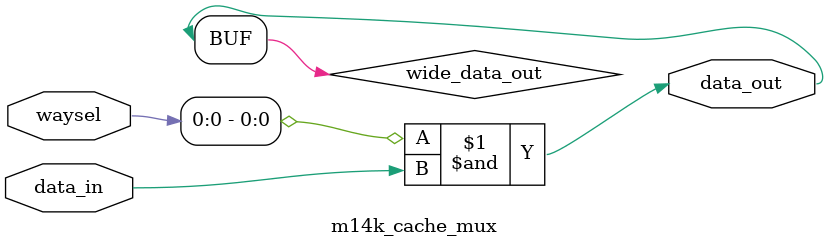
<source format=v>



`include "m14k_const.vh"
module m14k_cache_mux(
	data_in,
	waysel,
	data_out);


	/* parameters */

	// synopsys template
	parameter		WIDTH=1;		// WIDTH of Data per Way
	parameter		ASSOC=1;		// Cache Associativity


	/* Inputs */
	input [ASSOC*WIDTH-1:0]	data_in;		// Output from cache data ram
	input [3:0]		waysel;		// Comparison flags coming out of cache_cmp

	/* Outputs */
	output [WIDTH-1:0]	data_out;	// Selected Data

// BEGIN Wire declarations made by MVP
wire [WIDTH-1:0] /*[0:0]*/ data_out;
wire [ASSOC*WIDTH-1:0] /*[0:0]*/ wide_data_out;
// END Wire declarations made by MVP


	/* End of I/O */

	assign wide_data_out [ASSOC*WIDTH-1:0] = 	{ WIDTH {waysel[0]}} & data_in | 
		  	 	{ WIDTH {waysel[1]}} & (data_in >> WIDTH) | 
		  		{ WIDTH {waysel[2]}} & (data_in >> (WIDTH * 2)) | 
		              	{ WIDTH {waysel[3]}} & (data_in >> (WIDTH * 3));

	assign data_out [WIDTH-1:0] = wide_data_out[WIDTH-1:0];
	

endmodule // m14k_cache_mux


</source>
